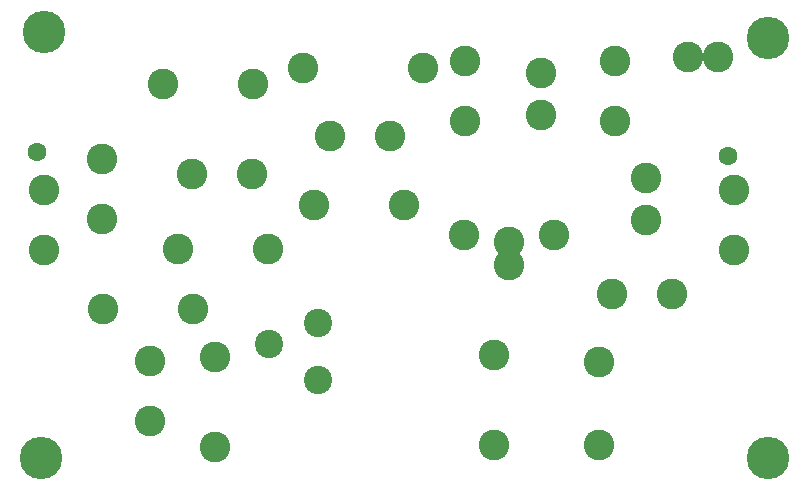
<source format=gbr>
%FSLAX34Y34*%
%MOMM*%
%LNSOLDERMASK_BOTTOM*%
G71*
G01*
%ADD10C,2.600*%
%ADD11C,2.400*%
%ADD12C,2.600*%
%ADD13C,3.600*%
%ADD14C,1.600*%
%LPD*%
X-344034Y140589D02*
G54D10*
D03*
X-420284Y140639D02*
G54D10*
D03*
X10596Y-37230D02*
G54D10*
D03*
X-40384Y-37343D02*
G54D10*
D03*
X23975Y162825D02*
G54D10*
D03*
X49475Y162825D02*
G54D10*
D03*
X-288900Y-62000D02*
G54D11*
D03*
X-330200Y-79575D02*
G54D11*
D03*
X-288865Y-109891D02*
G54D11*
D03*
X-345003Y64369D02*
G54D10*
D03*
X-395984Y64257D02*
G54D10*
D03*
X-331334Y889D02*
G54D10*
D03*
X-407584Y939D02*
G54D10*
D03*
X-394834Y-49911D02*
G54D10*
D03*
X-471084Y-49861D02*
G54D10*
D03*
X-431464Y-94025D02*
G54D10*
D03*
X-431352Y-145006D02*
G54D10*
D03*
X-375872Y-166826D02*
G54D10*
D03*
X-375821Y-90576D02*
G54D10*
D03*
X-37764Y159975D02*
G54D10*
D03*
X-37652Y108994D02*
G54D10*
D03*
X-164764Y159975D02*
G54D10*
D03*
X-164652Y108994D02*
G54D10*
D03*
X-165100Y12700D02*
G54D10*
D03*
X-88900Y12700D02*
G54D10*
D03*
X-127000Y-12700D02*
G54D10*
D03*
X-99944Y114206D02*
G54D10*
D03*
X-99944Y149306D02*
G54D10*
D03*
X-139700Y-88900D02*
G54D10*
D03*
X-50800Y-95250D02*
G54D10*
D03*
X-215850Y38050D02*
G54D10*
D03*
X-292100Y38100D02*
G54D10*
D03*
X-344034Y140589D02*
G54D12*
D03*
X-431352Y-145006D02*
G54D12*
D03*
X-375872Y-166826D02*
G54D12*
D03*
X-139700Y-165100D02*
G54D12*
D03*
X-50800Y-165100D02*
G54D12*
D03*
X-523850Y-176300D02*
G54D13*
D03*
X-520880Y184038D02*
G54D13*
D03*
X92100Y179300D02*
G54D13*
D03*
X92100Y-176300D02*
G54D13*
D03*
X-200000Y153900D02*
G54D10*
D03*
X-301600Y153900D02*
G54D10*
D03*
X-227946Y96423D02*
G54D10*
D03*
X-278927Y96311D02*
G54D10*
D03*
X-11044Y25306D02*
G54D10*
D03*
X-11044Y60406D02*
G54D10*
D03*
X-37652Y108994D02*
G54D12*
D03*
X-99944Y114206D02*
G54D12*
D03*
X-164652Y108994D02*
G54D12*
D03*
X-227946Y96423D02*
G54D12*
D03*
X-11044Y25306D02*
G54D12*
D03*
X-471084Y-49861D02*
G54D12*
D03*
X-127000Y6350D02*
G54D10*
D03*
X58540Y79600D02*
G54D14*
D03*
X63500Y50800D02*
G54D10*
D03*
X63500Y0D02*
G54D10*
D03*
X-472055Y25952D02*
G54D10*
D03*
X-472167Y76932D02*
G54D10*
D03*
X-527050Y82550D02*
G54D14*
D03*
X-520700Y50800D02*
G54D10*
D03*
X-520700Y0D02*
G54D10*
D03*
M02*

</source>
